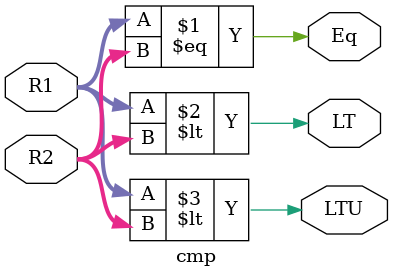
<source format=sv>

module cmp(
        input   logic [31:0]    R1, R2,
        output  logic           Eq, LT, LTU
    );

    assign Eq  = (R1 == R2);
    assign LT  = ($signed(R1) < $signed(R2));
    assign LTU = ($unsigned(R1) < $unsigned(R2));

endmodule

</source>
